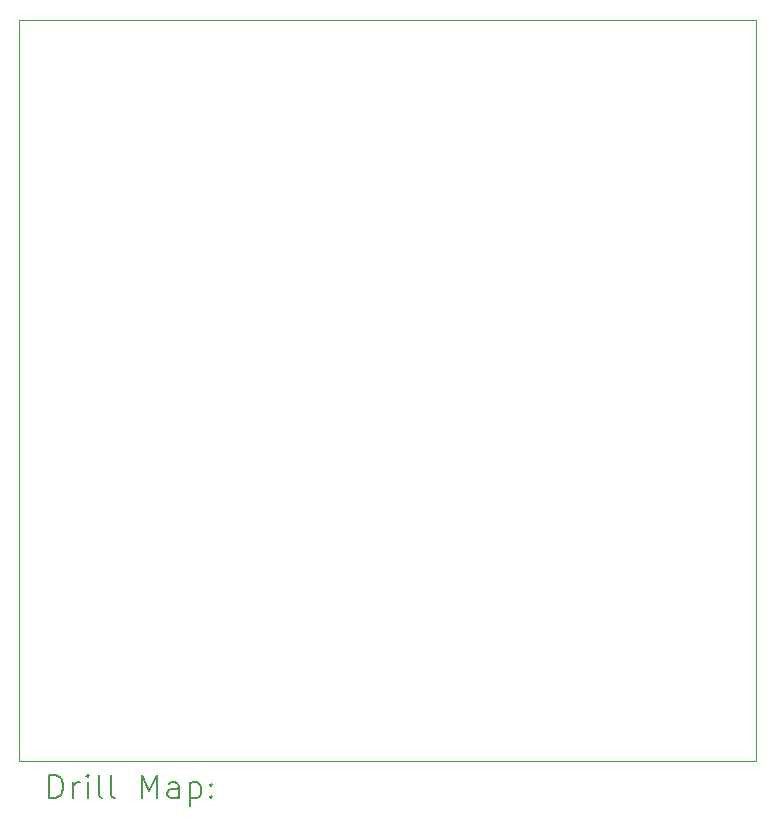
<source format=gbr>
%TF.GenerationSoftware,KiCad,Pcbnew,9.0.5*%
%TF.CreationDate,2025-12-11T06:11:52-03:00*%
%TF.ProjectId,stage power dron_v1,73746167-6520-4706-9f77-65722064726f,rev?*%
%TF.SameCoordinates,Original*%
%TF.FileFunction,Drillmap*%
%TF.FilePolarity,Positive*%
%FSLAX45Y45*%
G04 Gerber Fmt 4.5, Leading zero omitted, Abs format (unit mm)*
G04 Created by KiCad (PCBNEW 9.0.5) date 2025-12-11 06:11:52*
%MOMM*%
%LPD*%
G01*
G04 APERTURE LIST*
%ADD10C,0.100000*%
%ADD11C,0.200000*%
G04 APERTURE END LIST*
D10*
X10917000Y-4255750D02*
X17158500Y-4255750D01*
X17158500Y-10526250D01*
X10917000Y-10526250D01*
X10917000Y-4255750D01*
D11*
X11172777Y-10842734D02*
X11172777Y-10642734D01*
X11172777Y-10642734D02*
X11220396Y-10642734D01*
X11220396Y-10642734D02*
X11248967Y-10652258D01*
X11248967Y-10652258D02*
X11268015Y-10671305D01*
X11268015Y-10671305D02*
X11277539Y-10690353D01*
X11277539Y-10690353D02*
X11287062Y-10728448D01*
X11287062Y-10728448D02*
X11287062Y-10757020D01*
X11287062Y-10757020D02*
X11277539Y-10795115D01*
X11277539Y-10795115D02*
X11268015Y-10814162D01*
X11268015Y-10814162D02*
X11248967Y-10833210D01*
X11248967Y-10833210D02*
X11220396Y-10842734D01*
X11220396Y-10842734D02*
X11172777Y-10842734D01*
X11372777Y-10842734D02*
X11372777Y-10709400D01*
X11372777Y-10747496D02*
X11382301Y-10728448D01*
X11382301Y-10728448D02*
X11391824Y-10718924D01*
X11391824Y-10718924D02*
X11410872Y-10709400D01*
X11410872Y-10709400D02*
X11429920Y-10709400D01*
X11496586Y-10842734D02*
X11496586Y-10709400D01*
X11496586Y-10642734D02*
X11487062Y-10652258D01*
X11487062Y-10652258D02*
X11496586Y-10661781D01*
X11496586Y-10661781D02*
X11506110Y-10652258D01*
X11506110Y-10652258D02*
X11496586Y-10642734D01*
X11496586Y-10642734D02*
X11496586Y-10661781D01*
X11620396Y-10842734D02*
X11601348Y-10833210D01*
X11601348Y-10833210D02*
X11591824Y-10814162D01*
X11591824Y-10814162D02*
X11591824Y-10642734D01*
X11725158Y-10842734D02*
X11706110Y-10833210D01*
X11706110Y-10833210D02*
X11696586Y-10814162D01*
X11696586Y-10814162D02*
X11696586Y-10642734D01*
X11953729Y-10842734D02*
X11953729Y-10642734D01*
X11953729Y-10642734D02*
X12020396Y-10785591D01*
X12020396Y-10785591D02*
X12087062Y-10642734D01*
X12087062Y-10642734D02*
X12087062Y-10842734D01*
X12268015Y-10842734D02*
X12268015Y-10737972D01*
X12268015Y-10737972D02*
X12258491Y-10718924D01*
X12258491Y-10718924D02*
X12239443Y-10709400D01*
X12239443Y-10709400D02*
X12201348Y-10709400D01*
X12201348Y-10709400D02*
X12182301Y-10718924D01*
X12268015Y-10833210D02*
X12248967Y-10842734D01*
X12248967Y-10842734D02*
X12201348Y-10842734D01*
X12201348Y-10842734D02*
X12182301Y-10833210D01*
X12182301Y-10833210D02*
X12172777Y-10814162D01*
X12172777Y-10814162D02*
X12172777Y-10795115D01*
X12172777Y-10795115D02*
X12182301Y-10776067D01*
X12182301Y-10776067D02*
X12201348Y-10766543D01*
X12201348Y-10766543D02*
X12248967Y-10766543D01*
X12248967Y-10766543D02*
X12268015Y-10757020D01*
X12363253Y-10709400D02*
X12363253Y-10909400D01*
X12363253Y-10718924D02*
X12382301Y-10709400D01*
X12382301Y-10709400D02*
X12420396Y-10709400D01*
X12420396Y-10709400D02*
X12439443Y-10718924D01*
X12439443Y-10718924D02*
X12448967Y-10728448D01*
X12448967Y-10728448D02*
X12458491Y-10747496D01*
X12458491Y-10747496D02*
X12458491Y-10804639D01*
X12458491Y-10804639D02*
X12448967Y-10823686D01*
X12448967Y-10823686D02*
X12439443Y-10833210D01*
X12439443Y-10833210D02*
X12420396Y-10842734D01*
X12420396Y-10842734D02*
X12382301Y-10842734D01*
X12382301Y-10842734D02*
X12363253Y-10833210D01*
X12544205Y-10823686D02*
X12553729Y-10833210D01*
X12553729Y-10833210D02*
X12544205Y-10842734D01*
X12544205Y-10842734D02*
X12534682Y-10833210D01*
X12534682Y-10833210D02*
X12544205Y-10823686D01*
X12544205Y-10823686D02*
X12544205Y-10842734D01*
X12544205Y-10718924D02*
X12553729Y-10728448D01*
X12553729Y-10728448D02*
X12544205Y-10737972D01*
X12544205Y-10737972D02*
X12534682Y-10728448D01*
X12534682Y-10728448D02*
X12544205Y-10718924D01*
X12544205Y-10718924D02*
X12544205Y-10737972D01*
M02*

</source>
